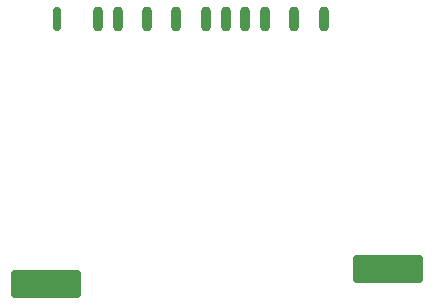
<source format=gbr>
%TF.GenerationSoftware,KiCad,Pcbnew,(6.0.1)*%
%TF.CreationDate,2022-03-24T11:58:16-04:00*%
%TF.ProjectId,FDC,4644432e-6b69-4636-9164-5f7063625858,rev?*%
%TF.SameCoordinates,Original*%
%TF.FileFunction,Paste,Bot*%
%TF.FilePolarity,Positive*%
%FSLAX46Y46*%
G04 Gerber Fmt 4.6, Leading zero omitted, Abs format (unit mm)*
G04 Created by KiCad (PCBNEW (6.0.1)) date 2022-03-24 11:58:16*
%MOMM*%
%LPD*%
G01*
G04 APERTURE LIST*
G04 Aperture macros list*
%AMRoundRect*
0 Rectangle with rounded corners*
0 $1 Rounding radius*
0 $2 $3 $4 $5 $6 $7 $8 $9 X,Y pos of 4 corners*
0 Add a 4 corners polygon primitive as box body*
4,1,4,$2,$3,$4,$5,$6,$7,$8,$9,$2,$3,0*
0 Add four circle primitives for the rounded corners*
1,1,$1+$1,$2,$3*
1,1,$1+$1,$4,$5*
1,1,$1+$1,$6,$7*
1,1,$1+$1,$8,$9*
0 Add four rect primitives between the rounded corners*
20,1,$1+$1,$2,$3,$4,$5,0*
20,1,$1+$1,$4,$5,$6,$7,0*
20,1,$1+$1,$6,$7,$8,$9,0*
20,1,$1+$1,$8,$9,$2,$3,0*%
G04 Aperture macros list end*
%ADD10RoundRect,0.250400X0.149600X0.749600X-0.149600X0.749600X-0.149600X-0.749600X0.149600X-0.749600X0*%
%ADD11RoundRect,0.249900X0.100100X0.750100X-0.100100X0.750100X-0.100100X-0.750100X0.100100X-0.750100X0*%
%ADD12RoundRect,0.352800X2.647200X0.847200X-2.647200X0.847200X-2.647200X-0.847200X2.647200X-0.847200X0*%
%ADD13RoundRect,0.333600X2.666400X0.866400X-2.666400X0.866400X-2.666400X-0.866400X2.666400X-0.866400X0*%
G04 APERTURE END LIST*
D10*
%TO.C,J3*%
X140484000Y-91195500D03*
X137984000Y-91195500D03*
X134684000Y-91195500D03*
X132984000Y-91195500D03*
X130484000Y-91195500D03*
X127984000Y-91195500D03*
X125554000Y-91195500D03*
X123854000Y-91195500D03*
X142984000Y-91195500D03*
X136284000Y-91195500D03*
D11*
X120364000Y-91195500D03*
D12*
X119434000Y-113595500D03*
D13*
X148399000Y-112395500D03*
%TD*%
M02*

</source>
